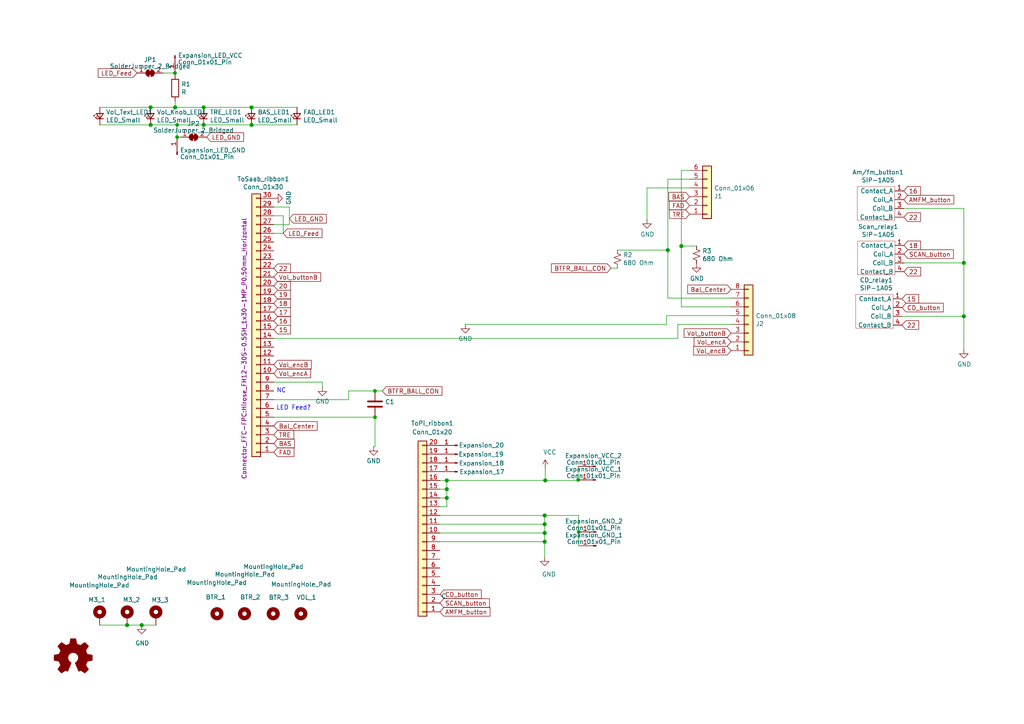
<source format=kicad_sch>
(kicad_sch (version 20230121) (generator eeschema)
  (paper "A4")
  (lib_symbols
    (symbol "CPLib:SIP-1A05_1"
      (property "Reference" "U" (at 0 0 0))
      (property "Value" "SIP-1A05" (at 0 0 0))
      (symbol "SIP-1A05_1_0_1"
        (rectangle (start -10.4648 11.43) (end 0.4064 1.6256) (stroke (width 0.0005)))
      )
      (symbol "SIP-1A05_1_1_1"
        (pin bidirectional line (at 3 10.16 180) (length 2.54) (name "Contact_A") (number "1"))
        (pin bidirectional line (at 3 7.62 180) (length 2.54) (name "Coil_A") (number "2"))
        (pin bidirectional line (at 3 5.08 180) (length 2.54) (name "Coil_B") (number "3"))
        (pin bidirectional line (at 3 2.54 180) (length 2.54) (name "Contact_B") (number "4"))
      )
    )
    (symbol "Connector:Conn_01x01_Pin" (pin_names (offset 1.016) hide)
      (property "Reference" "J" (at 0 2.54 0))
      (property "Value" "Conn_01x01_Pin" (at 0 -2.54 0))
      (symbol "Conn_01x01_Pin_1_1"
        (polyline (pts (xy 1.27 0) (xy 0.8636 0)) (stroke (width 0.1524)))
        (rectangle (start 0.8636 0.127) (end 0 -0.127) (stroke (width 0.1524)) (fill (type outline)))
        (pin passive line (at 5.08 0 180) (length 3.81) (name "Pin_1") (number "1"))
      )
    )
    (symbol "Connector_Generic:Conn_01x06" (pin_names (offset 1.016) hide)
      (property "Reference" "J" (at 0 7.62 0))
      (property "Value" "Conn_01x06" (at 0 -10.16 0))
      (symbol "Conn_01x06_1_1"
        (rectangle (start -1.27 -7.493) (end 0 -7.747) (stroke (width 0.1524)))
        (rectangle (start -1.27 -4.953) (end 0 -5.207) (stroke (width 0.1524)))
        (rectangle (start -1.27 -2.413) (end 0 -2.667) (stroke (width 0.1524)))
        (rectangle (start -1.27 0.127) (end 0 -0.127) (stroke (width 0.1524)))
        (rectangle (start -1.27 2.667) (end 0 2.413) (stroke (width 0.1524)))
        (rectangle (start -1.27 5.207) (end 0 4.953) (stroke (width 0.1524)))
        (rectangle (start -1.27 6.35) (end 1.27 -8.89) (stroke (width 0.254)) (fill (type background)))
        (pin passive line (at -5.08 5.08 0) (length 3.81) (name "Pin_1") (number "1"))
        (pin passive line (at -5.08 2.54 0) (length 3.81) (name "Pin_2") (number "2"))
        (pin passive line (at -5.08 0 0) (length 3.81) (name "Pin_3") (number "3"))
        (pin passive line (at -5.08 -2.54 0) (length 3.81) (name "Pin_4") (number "4"))
        (pin passive line (at -5.08 -5.08 0) (length 3.81) (name "Pin_5") (number "5"))
        (pin passive line (at -5.08 -7.62 0) (length 3.81) (name "Pin_6") (number "6"))
      )
    )
    (symbol "Connector_Generic:Conn_01x08" (pin_names (offset 1.016) hide)
      (property "Reference" "J" (at 0 10.16 0))
      (property "Value" "Conn_01x08" (at 0 -12.7 0))
      (symbol "Conn_01x08_1_1"
        (rectangle (start -1.27 -10.033) (end 0 -10.287) (stroke (width 0.1524)))
        (rectangle (start -1.27 -7.493) (end 0 -7.747) (stroke (width 0.1524)))
        (rectangle (start -1.27 -4.953) (end 0 -5.207) (stroke (width 0.1524)))
        (rectangle (start -1.27 -2.413) (end 0 -2.667) (stroke (width 0.1524)))
        (rectangle (start -1.27 0.127) (end 0 -0.127) (stroke (width 0.1524)))
        (rectangle (start -1.27 2.667) (end 0 2.413) (stroke (width 0.1524)))
        (rectangle (start -1.27 5.207) (end 0 4.953) (stroke (width 0.1524)))
        (rectangle (start -1.27 7.747) (end 0 7.493) (stroke (width 0.1524)))
        (rectangle (start -1.27 8.89) (end 1.27 -11.43) (stroke (width 0.254)) (fill (type background)))
        (pin passive line (at -5.08 7.62 0) (length 3.81) (name "Pin_1") (number "1"))
        (pin passive line (at -5.08 5.08 0) (length 3.81) (name "Pin_2") (number "2"))
        (pin passive line (at -5.08 2.54 0) (length 3.81) (name "Pin_3") (number "3"))
        (pin passive line (at -5.08 0 0) (length 3.81) (name "Pin_4") (number "4"))
        (pin passive line (at -5.08 -2.54 0) (length 3.81) (name "Pin_5") (number "5"))
        (pin passive line (at -5.08 -5.08 0) (length 3.81) (name "Pin_6") (number "6"))
        (pin passive line (at -5.08 -7.62 0) (length 3.81) (name "Pin_7") (number "7"))
        (pin passive line (at -5.08 -10.16 0) (length 3.81) (name "Pin_8") (number "8"))
      )
    )
    (symbol "Connector_Generic:Conn_01x20" (pin_names (offset 1.016) hide)
      (property "Reference" "J" (at 0 25.4 0))
      (property "Value" "Conn_01x20" (at 0 -27.94 0))
      (symbol "Conn_01x20_1_1"
        (rectangle (start -1.27 -25.273) (end 0 -25.527) (stroke (width 0.1524)))
        (rectangle (start -1.27 -22.733) (end 0 -22.987) (stroke (width 0.1524)))
        (rectangle (start -1.27 -20.193) (end 0 -20.447) (stroke (width 0.1524)))
        (rectangle (start -1.27 -17.653) (end 0 -17.907) (stroke (width 0.1524)))
        (rectangle (start -1.27 -15.113) (end 0 -15.367) (stroke (width 0.1524)))
        (rectangle (start -1.27 -12.573) (end 0 -12.827) (stroke (width 0.1524)))
        (rectangle (start -1.27 -10.033) (end 0 -10.287) (stroke (width 0.1524)))
        (rectangle (start -1.27 -7.493) (end 0 -7.747) (stroke (width 0.1524)))
        (rectangle (start -1.27 -4.953) (end 0 -5.207) (stroke (width 0.1524)))
        (rectangle (start -1.27 -2.413) (end 0 -2.667) (stroke (width 0.1524)))
        (rectangle (start -1.27 0.127) (end 0 -0.127) (stroke (width 0.1524)))
        (rectangle (start -1.27 2.667) (end 0 2.413) (stroke (width 0.1524)))
        (rectangle (start -1.27 5.207) (end 0 4.953) (stroke (width 0.1524)))
        (rectangle (start -1.27 7.747) (end 0 7.493) (stroke (width 0.1524)))
        (rectangle (start -1.27 10.287) (end 0 10.033) (stroke (width 0.1524)))
        (rectangle (start -1.27 12.827) (end 0 12.573) (stroke (width 0.1524)))
        (rectangle (start -1.27 15.367) (end 0 15.113) (stroke (width 0.1524)))
        (rectangle (start -1.27 17.907) (end 0 17.653) (stroke (width 0.1524)))
        (rectangle (start -1.27 20.447) (end 0 20.193) (stroke (width 0.1524)))
        (rectangle (start -1.27 22.987) (end 0 22.733) (stroke (width 0.1524)))
        (rectangle (start -1.27 24.13) (end 1.27 -26.67) (stroke (width 0.254)) (fill (type background)))
        (pin passive line (at -5.08 22.86 0) (length 3.81) (name "Pin_1") (number "1"))
        (pin passive line (at -5.08 0 0) (length 3.81) (name "Pin_10") (number "10"))
        (pin passive line (at -5.08 -2.54 0) (length 3.81) (name "Pin_11") (number "11"))
        (pin passive line (at -5.08 -5.08 0) (length 3.81) (name "Pin_12") (number "12"))
        (pin passive line (at -5.08 -7.62 0) (length 3.81) (name "Pin_13") (number "13"))
        (pin passive line (at -5.08 -10.16 0) (length 3.81) (name "Pin_14") (number "14"))
        (pin passive line (at -5.08 -12.7 0) (length 3.81) (name "Pin_15") (number "15"))
        (pin passive line (at -5.08 -15.24 0) (length 3.81) (name "Pin_16") (number "16"))
        (pin passive line (at -5.08 -17.78 0) (length 3.81) (name "Pin_17") (number "17"))
        (pin passive line (at -5.08 -20.32 0) (length 3.81) (name "Pin_18") (number "18"))
        (pin passive line (at -5.08 -22.86 0) (length 3.81) (name "Pin_19") (number "19"))
        (pin passive line (at -5.08 20.32 0) (length 3.81) (name "Pin_2") (number "2"))
        (pin passive line (at -5.08 -25.4 0) (length 3.81) (name "Pin_20") (number "20"))
        (pin passive line (at -5.08 17.78 0) (length 3.81) (name "Pin_3") (number "3"))
        (pin passive line (at -5.08 15.24 0) (length 3.81) (name "Pin_4") (number "4"))
        (pin passive line (at -5.08 12.7 0) (length 3.81) (name "Pin_5") (number "5"))
        (pin passive line (at -5.08 10.16 0) (length 3.81) (name "Pin_6") (number "6"))
        (pin passive line (at -5.08 7.62 0) (length 3.81) (name "Pin_7") (number "7"))
        (pin passive line (at -5.08 5.08 0) (length 3.81) (name "Pin_8") (number "8"))
        (pin passive line (at -5.08 2.54 0) (length 3.81) (name "Pin_9") (number "9"))
      )
    )
    (symbol "Connector_Generic:Conn_01x30" (pin_names (offset 1.016) hide)
      (property "Reference" "J" (at 0 38.1 0))
      (property "Value" "Conn_01x30" (at 0 -40.64 0))
      (symbol "Conn_01x30_1_1"
        (rectangle (start -1.27 -37.973) (end 0 -38.227) (stroke (width 0.1524)))
        (rectangle (start -1.27 -35.433) (end 0 -35.687) (stroke (width 0.1524)))
        (rectangle (start -1.27 -32.893) (end 0 -33.147) (stroke (width 0.1524)))
        (rectangle (start -1.27 -30.353) (end 0 -30.607) (stroke (width 0.1524)))
        (rectangle (start -1.27 -27.813) (end 0 -28.067) (stroke (width 0.1524)))
        (rectangle (start -1.27 -25.273) (end 0 -25.527) (stroke (width 0.1524)))
        (rectangle (start -1.27 -22.733) (end 0 -22.987) (stroke (width 0.1524)))
        (rectangle (start -1.27 -20.193) (end 0 -20.447) (stroke (width 0.1524)))
        (rectangle (start -1.27 -17.653) (end 0 -17.907) (stroke (width 0.1524)))
        (rectangle (start -1.27 -15.113) (end 0 -15.367) (stroke (width 0.1524)))
        (rectangle (start -1.27 -12.573) (end 0 -12.827) (stroke (width 0.1524)))
        (rectangle (start -1.27 -10.033) (end 0 -10.287) (stroke (width 0.1524)))
        (rectangle (start -1.27 -7.493) (end 0 -7.747) (stroke (width 0.1524)))
        (rectangle (start -1.27 -4.953) (end 0 -5.207) (stroke (width 0.1524)))
        (rectangle (start -1.27 -2.413) (end 0 -2.667) (stroke (width 0.1524)))
        (rectangle (start -1.27 0.127) (end 0 -0.127) (stroke (width 0.1524)))
        (rectangle (start -1.27 2.667) (end 0 2.413) (stroke (width 0.1524)))
        (rectangle (start -1.27 5.207) (end 0 4.953) (stroke (width 0.1524)))
        (rectangle (start -1.27 7.747) (end 0 7.493) (stroke (width 0.1524)))
        (rectangle (start -1.27 10.287) (end 0 10.033) (stroke (width 0.1524)))
        (rectangle (start -1.27 12.827) (end 0 12.573) (stroke (width 0.1524)))
        (rectangle (start -1.27 15.367) (end 0 15.113) (stroke (width 0.1524)))
        (rectangle (start -1.27 17.907) (end 0 17.653) (stroke (width 0.1524)))
        (rectangle (start -1.27 20.447) (end 0 20.193) (stroke (width 0.1524)))
        (rectangle (start -1.27 22.987) (end 0 22.733) (stroke (width 0.1524)))
        (rectangle (start -1.27 25.527) (end 0 25.273) (stroke (width 0.1524)))
        (rectangle (start -1.27 28.067) (end 0 27.813) (stroke (width 0.1524)))
        (rectangle (start -1.27 30.607) (end 0 30.353) (stroke (width 0.1524)))
        (rectangle (start -1.27 33.147) (end 0 32.893) (stroke (width 0.1524)))
        (rectangle (start -1.27 35.687) (end 0 35.433) (stroke (width 0.1524)))
        (rectangle (start -1.27 36.83) (end 1.27 -39.37) (stroke (width 0.254)) (fill (type background)))
        (pin passive line (at -5.08 35.56 0) (length 3.81) (name "Pin_1") (number "1"))
        (pin passive line (at -5.08 12.7 0) (length 3.81) (name "Pin_10") (number "10"))
        (pin passive line (at -5.08 10.16 0) (length 3.81) (name "Pin_11") (number "11"))
        (pin passive line (at -5.08 7.62 0) (length 3.81) (name "Pin_12") (number "12"))
        (pin passive line (at -5.08 5.08 0) (length 3.81) (name "Pin_13") (number "13"))
        (pin passive line (at -5.08 2.54 0) (length 3.81) (name "Pin_14") (number "14"))
        (pin passive line (at -5.08 0 0) (length 3.81) (name "Pin_15") (number "15"))
        (pin passive line (at -5.08 -2.54 0) (length 3.81) (name "Pin_16") (number "16"))
        (pin passive line (at -5.08 -5.08 0) (length 3.81) (name "Pin_17") (number "17"))
        (pin passive line (at -5.08 -7.62 0) (length 3.81) (name "Pin_18") (number "18"))
        (pin passive line (at -5.08 -10.16 0) (length 3.81) (name "Pin_19") (number "19"))
        (pin passive line (at -5.08 33.02 0) (length 3.81) (name "Pin_2") (number "2"))
        (pin passive line (at -5.08 -12.7 0) (length 3.81) (name "Pin_20") (number "20"))
        (pin passive line (at -5.08 -15.24 0) (length 3.81) (name "Pin_21") (number "21"))
        (pin passive line (at -5.08 -17.78 0) (length 3.81) (name "Pin_22") (number "22"))
        (pin passive line (at -5.08 -20.32 0) (length 3.81) (name "Pin_23") (number "23"))
        (pin passive line (at -5.08 -22.86 0) (length 3.81) (name "Pin_24") (number "24"))
        (pin passive line (at -5.08 -25.4 0) (length 3.81) (name "Pin_25") (number "25"))
        (pin passive line (at -5.08 -27.94 0) (length 3.81) (name "Pin_26") (number "26"))
        (pin passive line (at -5.08 -30.48 0) (length 3.81) (name "Pin_27") (number "27"))
        (pin passive line (at -5.08 -33.02 0) (length 3.81) (name "Pin_28") (number "28"))
        (pin passive line (at -5.08 -35.56 0) (length 3.81) (name "Pin_29") (number "29"))
        (pin passive line (at -5.08 30.48 0) (length 3.81) (name "Pin_3") (number "3"))
        (pin passive line (at -5.08 -38.1 0) (length 3.81) (name "Pin_30") (number "30"))
        (pin passive line (at -5.08 27.94 0) (length 3.81) (name "Pin_4") (number "4"))
        (pin passive line (at -5.08 25.4 0) (length 3.81) (name "Pin_5") (number "5"))
        (pin passive line (at -5.08 22.86 0) (length 3.81) (name "Pin_6") (number "6"))
        (pin passive line (at -5.08 20.32 0) (length 3.81) (name "Pin_7") (number "7"))
        (pin passive line (at -5.08 17.78 0) (length 3.81) (name "Pin_8") (number "8"))
        (pin passive line (at -5.08 15.24 0) (length 3.81) (name "Pin_9") (number "9"))
      )
    )
    (symbol "Device:C" (pin_numbers hide) (pin_names (offset 0.254))
      (property "Reference" "C" (at 0.635 2.54 0))
      (property "Value" "C" (at 0.635 -2.54 0))
      (symbol "C_0_1"
        (polyline (pts (xy -2.032 -0.762) (xy 2.032 -0.762)) (stroke (width 0.508)))
        (polyline (pts (xy -2.032 0.762) (xy 2.032 0.762)) (stroke (width 0.508)))
      )
      (symbol "C_1_1"
        (pin passive line (at 0 3.81 270) (length 2.794) (name "~") (number "1"))
        (pin passive line (at 0 -3.81 90) (length 2.794) (name "~") (number "2"))
      )
    )
    (symbol "Device:LED_Small" (pin_numbers hide) (pin_names (offset 0.254) hide)
      (property "Reference" "D" (at -1.27 3.175 0))
      (property "Value" "LED_Small" (at -4.445 -2.54 0))
      (symbol "LED_Small_0_1"
        (polyline (pts (xy -0.762 -1.016) (xy -0.762 1.016)) (stroke (width 0.254)))
        (polyline (pts (xy 1.016 0) (xy -0.762 0)))
        (polyline (pts (xy 0.762 -1.016) (xy -0.762 0) (xy 0.762 1.016) (xy 0.762 -1.016)) (stroke (width 0.254)))
        (polyline (pts (xy 0 0.762) (xy -0.508 1.27) (xy -0.254 1.27) (xy -0.508 1.27) (xy -0.508 1.016)))
        (polyline (pts (xy 0.508 1.27) (xy 0 1.778) (xy 0.254 1.778) (xy 0 1.778) (xy 0 1.524)))
      )
      (symbol "LED_Small_1_1"
        (pin passive line (at -2.54 0 0) (length 1.778) (name "K") (number "1"))
        (pin passive line (at 2.54 0 180) (length 1.778) (name "A") (number "2"))
      )
    )
    (symbol "Device:R" (pin_numbers hide) (pin_names (offset 0))
      (property "Reference" "R" (at 2.032 0 90))
      (property "Value" "R" (at 0 0 90))
      (symbol "R_0_1"
        (rectangle (start -1.016 -2.54) (end 1.016 2.54) (stroke (width 0.254)))
      )
      (symbol "R_1_1"
        (pin passive line (at 0 3.81 270) (length 1.27) (name "~") (number "1"))
        (pin passive line (at 0 -3.81 90) (length 1.27) (name "~") (number "2"))
      )
    )
    (symbol "Device:R_Small_US" (pin_numbers hide) (pin_names (offset 0.254) hide)
      (property "Reference" "R" (at 0.762 0.508 0))
      (property "Value" "R_Small_US" (at 0.762 -1.016 0))
      (symbol "R_Small_US_1_1"
        (polyline (pts (xy 0 0) (xy 1.016 -0.381) (xy 0 -0.762) (xy -1.016 -1.143) (xy 0 -1.524)))
        (polyline (pts (xy 0 1.524) (xy 1.016 1.143) (xy 0 0.762) (xy -1.016 0.381) (xy 0 0)))
        (pin passive line (at 0 2.54 270) (length 1.016) (name "~") (number "1"))
        (pin passive line (at 0 -2.54 90) (length 1.016) (name "~") (number "2"))
      )
    )
    (symbol "GND_1" (power) (pin_names (offset 0))
      (property "Value" "GND_1" (at 0 -3.81 0))
      (symbol "GND_1_0_1"
        (polyline (pts (xy 0 0) (xy 0 -1.27) (xy 1.27 -1.27) (xy 0 -2.54) (xy -1.27 -1.27) (xy 0 -1.27)))
      )
      (symbol "GND_1_1_1"
        (pin power_in line (at 0 0 270) (length 0) hide (name "GND") (number "1"))
      )
    )
    (symbol "GND_2" (power) (pin_names (offset 0))
      (property "Value" "GND_2" (at 0 -3.81 0))
      (symbol "GND_2_0_1"
        (polyline (pts (xy 0 0) (xy 0 -1.27) (xy 1.27 -1.27) (xy 0 -2.54) (xy -1.27 -1.27) (xy 0 -1.27)))
      )
      (symbol "GND_2_1_1"
        (pin power_in line (at 0 0 270) (length 0) hide (name "GND") (number "1"))
      )
    )
    (symbol "GND_3" (power) (pin_names (offset 0))
      (property "Value" "GND_3" (at 0 -3.81 0))
      (symbol "GND_3_0_1"
        (polyline (pts (xy 0 0) (xy 0 -1.27) (xy 1.27 -1.27) (xy 0 -2.54) (xy -1.27 -1.27) (xy 0 -1.27)))
      )
      (symbol "GND_3_1_1"
        (pin power_in line (at 0 0 270) (length 0) hide (name "GND") (number "1"))
      )
    )
    (symbol "Graphic:Logo_Open_Hardware_Small" (in_bom no) (on_board no)
      (symbol "Logo_Open_Hardware_Small_0_1"
        (polyline (pts (xy 3.3528 -4.3434) (xy 3.302 -4.318) (xy 3.175 -4.2418) (xy 2.9972 -4.1148) (xy 2.7686 -3.9624) (xy 2.54 -3.81) (xy 2.3622 -3.7084) (xy 2.2352 -3.6068) (xy 2.1844 -3.5814) (xy 2.159 -3.6068) (xy 2.0574 -3.6576) (xy 1.905 -3.7338) (xy 1.8034 -3.7846) (xy 1.6764 -3.8354) (xy 1.6002 -3.8354) (xy 1.6002 -3.8354) (xy 1.5494 -3.7338) (xy 1.4732 -3.5306) (xy 1.3462 -3.302) (xy 1.2446 -3.0226) (xy 1.1176 -2.7178) (xy 0.9652 -2.413) (xy 0.8636 -2.1082) (xy 0.7366 -1.8288) (xy 0.6604 -1.6256) (xy 0.6096 -1.4732) (xy 0.5842 -1.397) (xy 0.5842 -1.397) (xy 0.6604 -1.3208) (xy 0.7874 -1.2446) (xy 1.0414 -1.016) (xy 1.2954 -0.6858) (xy 1.4478 -0.3302) (xy 1.524 0.0762) (xy 1.4732 0.4572) (xy 1.3208 0.8128) (xy 1.0668 1.143) (xy 0.762 1.3716) (xy 0.4064 1.524) (xy 0 1.5748) (xy -0.381 1.5494) (xy -0.7366 1.397) (xy -1.0668 1.143) (xy -1.2192 0.9906) (xy -1.397 0.6604) (xy -1.524 0.3048) (xy -1.524 0.2286) (xy -1.4986 -0.1778) (xy -1.397 -0.5334) (xy -1.1938 -0.8636) (xy -0.9144 -1.143) (xy -0.8636 -1.1684) (xy -0.7366 -1.27) (xy -0.635 -1.3462) (xy -0.5842 -1.397) (xy -1.0668 -2.5908) (xy -1.143 -2.794) (xy -1.2954 -3.1242) (xy -1.397 -3.4036) (xy -1.4986 -3.6322) (xy -1.5748 -3.7846) (xy -1.6002 -3.8354) (xy -1.6002 -3.8354) (xy -1.651 -3.8354) (xy -1.7272 -3.81) (xy -1.905 -3.7338) (xy -2.0066 -3.683) (xy -2.1336 -3.6068) (xy -2.2098 -3.5814) (xy -2.2606 -3.6068) (xy -2.3622 -3.683) (xy -2.54 -3.81) (xy -2.7686 -3.9624) (xy -2.9718 -4.0894) (xy -3.1496 -4.2164) (xy -3.302 -4.318) (xy -3.3528 -4.3434) (xy -3.3782 -4.3434) (xy -3.429 -4.318) (xy -3.5306 -4.2164) (xy -3.7084 -4.064) (xy -3.937 -3.8354) (xy -3.9624 -3.81) (xy -4.1656 -3.6068) (xy -4.318 -3.4544) (xy -4.4196 -3.3274) (xy -4.445 -3.2766) (xy -4.445 -3.2766) (xy -4.4196 -3.2258) (xy -4.318 -3.0734) (xy -4.2164 -2.8956) (xy -4.064 -2.667) (xy -3.6576 -2.0828) (xy -3.8862 -1.5494) (xy -3.937 -1.3716) (xy -4.0386 -1.1684) (xy -4.0894 -1.0414) (xy -4.1148 -0.9652) (xy -4.191 -0.9398) (xy -4.318 -0.9144) (xy -4.5466 -0.8636) (xy -4.8006 -0.8128) (xy -5.0546 -0.7874) (xy -5.2578 -0.7366) (xy -5.4356 -0.7112) (xy -5.5118 -0.6858) (xy -5.5118 -0.6858) (xy -5.5372 -0.635) (xy -5.5372 -0.5588) (xy -5.5372 -0.4318) (xy -5.5626 -0.2286) (xy -5.5626 0.0762) (xy -5.5626 0.127) (xy -5.5372 0.4064) (xy -5.5372 0.635) (xy -5.5372 0.762) (xy -5.5372 0.8382) (xy -5.5372 0.8382) (xy -5.461 0.8382) (xy -5.3086 0.889) (xy -5.08 0.9144) (xy -4.826 0.9652) (xy -4.8006 0.9906) (xy -4.5466 1.0414) (xy -4.318 1.0668) (xy -4.1656 1.1176) (xy -4.0894 1.143) (xy -4.0894 1.143) (xy -4.0386 1.2446) (xy -3.9624 1.4224) (xy -3.8608 1.6256) (xy -3.7846 1.8288) (xy -3.7084 2.0066) (xy -3.6576 2.159) (xy -3.6322 2.2098) (xy -3.6322 2.2098) (xy -3.683 2.286) (xy -3.7592 2.413) (xy -3.8862 2.5908) (xy -4.064 2.8194) (xy -4.064 2.8448) (xy -4.2164 3.0734) (xy -4.3434 3.2512) (xy -4.4196 3.3782) (xy -4.445 3.4544) (xy -4.445 3.4544) (xy -4.3942 3.5052) (xy -4.2926 3.6322) (xy -4.1148 3.81) (xy -3.937 4.0132) (xy -3.8608 4.064) (xy -3.6576 4.2926) (xy -3.5052 4.4196) (xy -3.4036 4.4958) (xy -3.3528 4.5212) (xy -3.3528 4.5212) (xy -3.302 4.4704) (xy -3.1496 4.3688) (xy -2.9718 4.2418) (xy -2.7432 4.0894) (xy -2.7178 4.0894) (xy -2.4892 3.937) (xy -2.3114 3.81) (xy -2.1844 3.7084) (xy -2.1336 3.683) (xy -2.1082 3.683) (xy -2.032 3.7084) (xy -1.8542 3.7592) (xy -1.6764 3.8354) (xy -1.4732 3.937) (xy -1.27 4.0132) (xy -1.143 4.064) (xy -1.0668 4.1148) (xy -1.0668 4.1148) (xy -1.0414 4.191) (xy -1.016 4.3434) (xy -0.9652 4.572) (xy -0.9144 4.8514) (xy -0.889 4.9022) (xy -0.8382 5.1562) (xy -0.8128 5.3848) (xy -0.7874 5.5372) (xy -0.762 5.588) (xy -0.7112 5.6134) (xy -0.5842 5.6134) (xy -0.4064 5.6134) (xy -0.1524 5.6134) (xy 0.0762 5.6134) (xy 0.3302 5.6134) (xy 0.5334 5.6134) (xy 0.6858 5.588) (xy 0.7366 5.588) (xy 0.7366 5.588) (xy 0.762 5.5118) (xy 0.8128 5.334) (xy 0.8382 5.1054) (xy 0.9144 4.826) (xy 0.9144 4.7752) (xy 0.9652 4.5212) (xy 1.016 4.2926) (xy 1.0414 4.1402) (xy 1.0668 4.0894) (xy 1.0668 4.0894) (xy 1.1938 4.0386) (xy 1.3716 3.9624) (xy 1.5748 3.8608) (xy 2.0828 3.6576) (xy 2.7178 4.0894) (xy 2.7686 4.1402) (xy 2.9972 4.2926) (xy 3.175 4.4196) (xy 3.302 4.4958) (xy 3.3782 4.5212) (xy 3.3782 4.5212) (xy 3.429 4.4704) (xy 3.556 4.3434) (xy 3.7338 4.191) (xy 3.9116 3.9878) (xy 4.064 3.8354) (xy 4.2418 3.6576) (xy 4.3434 3.556) (xy 4.4196 3.4798) (xy 4.4196 3.429) (xy 4.4196 3.4036) (xy 4.3942 3.3274) (xy 4.2926 3.2004) (xy 4.1656 2.9972) (xy 4.0132 2.794) (xy 3.8862 2.5908) (xy 3.7592 2.3876) (xy 3.6576 2.2352) (xy 3.6322 2.159) (xy 3.6322 2.1336) (xy 3.683 2.0066) (xy 3.7592 1.8288) (xy 3.8608 1.6002) (xy 4.064 1.1176) (xy 4.3942 1.0414) (xy 4.5974 1.016) (xy 4.8768 0.9652) (xy 5.1308 0.9144) (xy 5.5372 0.8382) (xy 5.5626 -0.6604) (xy 5.4864 -0.6858) (xy 5.4356 -0.6858) (xy 5.2832 -0.7366) (xy 5.0546 -0.762) (xy 4.8006 -0.8128) (xy 4.5974 -0.8636) (xy 4.3688 -0.9144) (xy 4.2164 -0.9398) (xy 4.1402 -0.9398) (xy 4.1148 -0.9652) (xy 4.064 -1.0668) (xy 3.9878 -1.2446) (xy 3.9116 -1.4478) (xy 3.81 -1.651) (xy 3.7338 -1.8542) (xy 3.683 -2.0066) (xy 3.6576 -2.0828) (xy 3.683 -2.1336) (xy 3.7846 -2.2606) (xy 3.8862 -2.4638) (xy 4.0386 -2.667) (xy 4.191 -2.8956) (xy 4.318 -3.0734) (xy 4.3942 -3.2004) (xy 4.445 -3.2766) (xy 4.4196 -3.3274) (xy 4.3434 -3.429) (xy 4.1656 -3.5814) (xy 3.937 -3.8354) (xy 3.8862 -3.8608) (xy 3.683 -4.064) (xy 3.5306 -4.2164) (xy 3.4036 -4.318) (xy 3.3528 -4.3434)) (fill (type outline)))
      )
    )
    (symbol "Jumper:SolderJumper_2_Bridged" (pin_names (offset 0) hide)
      (property "Reference" "JP" (at 0 2.032 0))
      (property "Value" "SolderJumper_2_Bridged" (at 0 -2.54 0))
      (symbol "SolderJumper_2_Bridged_0_1"
        (rectangle (start -0.508 0.508) (end 0.508 -0.508) (fill (type outline)))
        (arc (start -0.254 1.016) (mid -1.2656 0) (end -0.254 -1.016))
        (arc (start -0.254 1.016) (mid -1.2656 0) (end -0.254 -1.016) (fill (type outline)))
        (polyline (pts (xy -0.254 1.016) (xy -0.254 -1.016)))
        (polyline (pts (xy 0.254 1.016) (xy 0.254 -1.016)))
        (arc (start 0.254 -1.016) (mid 1.2656 0) (end 0.254 1.016))
        (arc (start 0.254 -1.016) (mid 1.2656 0) (end 0.254 1.016) (fill (type outline)))
      )
      (symbol "SolderJumper_2_Bridged_1_1"
        (pin passive line (at -3.81 0 0) (length 2.54) (name "A") (number "1"))
        (pin passive line (at 3.81 0 180) (length 2.54) (name "B") (number "2"))
      )
    )
    (symbol "Mechanical:MountingHole" (pin_names (offset 1.016))
      (property "Reference" "H" (at 0 5.08 0))
      (property "Value" "MountingHole" (at 0 3.175 0))
      (symbol "MountingHole_0_1"
        (circle (center 0 0) (radius 1.27) (stroke (width 1.27)))
      )
    )
    (symbol "Mechanical:MountingHole_Pad" (pin_numbers hide) (pin_names (offset 1.016) hide)
      (property "Reference" "H" (at 0 6.35 0))
      (property "Value" "MountingHole_Pad" (at 0 4.445 0))
      (symbol "MountingHole_Pad_0_1"
        (circle (center 0 1.27) (radius 1.27) (stroke (width 1.27)))
      )
      (symbol "MountingHole_Pad_1_1"
        (pin input line (at 0 -2.54 90) (length 2.54) (name "1") (number "1"))
      )
    )
    (symbol "power:GND" (power) (pin_names (offset 0))
      (property "Value" "GND" (at 0 -3.81 0))
      (symbol "GND_0_1"
        (polyline (pts (xy 0 0) (xy 0 -1.27) (xy 1.27 -1.27) (xy 0 -2.54) (xy -1.27 -1.27) (xy 0 -1.27)))
      )
      (symbol "GND_1_1"
        (pin power_in line (at 0 0 270) (length 0) hide (name "GND") (number "1"))
      )
    )
    (symbol "power:VCC" (power) (pin_names (offset 0))
      (property "Value" "VCC" (at 0 3.81 0))
      (symbol "VCC_0_1"
        (polyline (pts (xy -0.762 1.27) (xy 0 2.54)))
        (polyline (pts (xy 0 0) (xy 0 2.54)))
        (polyline (pts (xy 0 2.54) (xy 0.762 1.27)))
      )
      (symbol "VCC_1_1"
        (pin power_in line (at 0 0 90) (length 0) hide (name "VCC") (number "1"))
      )
    )
  )
  (junction (at 50.8 31.1404) (diameter 1.016))
  (junction (at 36.8808 181.3052) (diameter 1.016))
  (junction (at 279.5524 76.2508) (diameter 1.016))
  (junction (at 41.0972 181.3052) (diameter 1.016))
  (junction (at 167.6908 139.192))
  (junction (at 108.7628 121.0056))
  (junction (at 51.3588 39.7764))
  (junction (at 108.7628 113.3856))
  (junction (at 59.0804 36.2204) (diameter 1.016))
  (junction (at 197.612 71.374) (diameter 1.016))
  (junction (at 158.1404 139.3444) (diameter 1.016))
  (junction (at 279.5524 91.7448) (diameter 1.016))
  (junction (at 43.688 31.1404) (diameter 1.016))
  (junction (at 129.5908 141.8844) (diameter 1.016))
  (junction (at 157.988 152.0444) (diameter 1.016))
  (junction (at 157.988 154.5844) (diameter 1.016))
  (junction (at 129.5908 139.3444) (diameter 1.016))
  (junction (at 157.988 157.1244) (diameter 1.016))
  (junction (at 129.5908 144.4244) (diameter 1.016))
  (junction (at 51.3588 36.2204))
  (junction (at 193.7004 72.5424) (diameter 1.016))
  (junction (at 72.9488 36.2204) (diameter 1.016))
  (junction (at 59.0804 31.1404) (diameter 1.016))
  (junction (at 72.9488 31.1404) (diameter 1.016))
  (junction (at 50.7492 21.1836))
  (junction (at 167.8432 154.2796))
  (junction (at 43.688 36.2204) (diameter 1.016))
  (junction (at 157.988 149.5044) (diameter 1.016))
  (wire (pts (xy 179.07 77.7748) (xy 179.07 77.6224)))
  (wire (pts (xy 262.1788 76.2508) (xy 279.5524 76.2508)))
  (wire (pts (xy 79.4004 121.0056) (xy 108.7628 121.0056)))
  (wire (pts (xy 50.8 21.1836) (xy 50.8 21.7424)))
  (wire (pts (xy 197.612 49.4284) (xy 199.9996 49.4284)))
  (wire (pts (xy 72.9488 36.2204) (xy 86.1568 36.2204)))
  (wire (pts (xy 36.8808 181.3052) (xy 41.0972 181.3052)))
  (wire (pts (xy 108.7628 129.54) (xy 108.3564 129.54)))
  (wire (pts (xy 127.6096 141.8844) (xy 129.5908 141.8844)))
  (wire (pts (xy 51.3588 36.2204) (xy 59.0804 36.2204)))
  (wire (pts (xy 50.8 31.1404) (xy 59.0804 31.1404)))
  (wire (pts (xy 108.7628 113.3856) (xy 101.092 113.3856)))
  (wire (pts (xy 93.5228 110.8456) (xy 93.5228 112.268)))
  (wire (pts (xy 197.612 71.374) (xy 197.612 89.0016)))
  (wire (pts (xy 157.988 149.5044) (xy 157.988 152.0444)))
  (wire (pts (xy 101.092 113.3856) (xy 101.092 115.9256)))
  (wire (pts (xy 127.6096 149.5044) (xy 157.988 149.5044)))
  (wire (pts (xy 127.6096 157.1244) (xy 157.988 157.1244)))
  (wire (pts (xy 157.988 152.0444) (xy 157.988 154.5844)))
  (wire (pts (xy 83.9216 60.0456) (xy 83.9216 65.1256)))
  (wire (pts (xy 108.7628 113.3856) (xy 110.8964 113.3856)))
  (wire (pts (xy 199.9996 51.9684) (xy 193.7004 51.9684)))
  (wire (pts (xy 129.5908 144.4244) (xy 129.5908 141.8844)))
  (wire (pts (xy 127.6096 154.5844) (xy 157.988 154.5844)))
  (wire (pts (xy 82.1436 62.5856) (xy 82.1436 67.6656)))
  (wire (pts (xy 50.8 29.3624) (xy 50.8 31.1404)))
  (wire (pts (xy 72.9488 31.1404) (xy 86.1568 31.1404)))
  (wire (pts (xy 187.6552 63.6524) (xy 187.6552 54.5084)))
  (wire (pts (xy 167.8432 154.2796) (xy 167.8432 158.2928)))
  (wire (pts (xy 197.612 49.4284) (xy 197.612 71.374)))
  (wire (pts (xy 52.324 39.7764) (xy 51.3588 39.7764)))
  (wire (pts (xy 193.3448 94.0816) (xy 193.3448 91.5416)))
  (wire (pts (xy 158.1404 139.3444) (xy 158.1404 135.89)))
  (wire (pts (xy 157.988 149.5044) (xy 167.8432 149.5044)))
  (wire (pts (xy 51.3588 39.7764) (xy 51.3588 36.2204)))
  (wire (pts (xy 262.128 57.912) (xy 262.1308 57.912)))
  (wire (pts (xy 279.5524 91.7448) (xy 279.5524 101.346)))
  (wire (pts (xy 83.9216 65.1256) (xy 79.4004 65.1256)))
  (wire (pts (xy 196.596 94.0816) (xy 212.0392 94.0816)))
  (wire (pts (xy 177.2412 77.7748) (xy 179.07 77.7748)))
  (wire (pts (xy 79.4004 62.5856) (xy 82.1436 62.5856)))
  (wire (pts (xy 134.9756 94.0816) (xy 193.3448 94.0816)))
  (wire (pts (xy 129.5908 141.8844) (xy 129.5908 139.3444)))
  (wire (pts (xy 129.5908 139.3444) (xy 158.1404 139.3444)))
  (wire (pts (xy 28.956 36.2204) (xy 43.688 36.2204)))
  (wire (pts (xy 79.4004 60.0456) (xy 83.9216 60.0456)))
  (wire (pts (xy 127.6096 152.0444) (xy 157.988 152.0444)))
  (wire (pts (xy 127.6096 144.4244) (xy 129.5908 144.4244)))
  (wire (pts (xy 261.62 91.7448) (xy 279.5524 91.7448)))
  (wire (pts (xy 197.612 71.374) (xy 202.0316 71.374)))
  (wire (pts (xy 127.6096 139.3444) (xy 129.5908 139.3444)))
  (wire (pts (xy 262.128 60.452) (xy 279.5524 60.452)))
  (wire (pts (xy 262.128 55.372) (xy 262.1308 55.372)))
  (wire (pts (xy 187.6552 54.5084) (xy 199.9996 54.5084)))
  (wire (pts (xy 79.4004 115.9256) (xy 101.092 115.9256)))
  (wire (pts (xy 179.07 72.5424) (xy 193.7004 72.5424)))
  (wire (pts (xy 43.688 36.2204) (xy 51.3588 36.2204)))
  (wire (pts (xy 129.5908 144.4244) (xy 129.5908 146.9644)))
  (wire (pts (xy 167.6908 135.2804) (xy 167.6908 139.192)))
  (wire (pts (xy 28.956 31.1404) (xy 43.688 31.1404)))
  (wire (pts (xy 43.688 31.1404) (xy 50.8 31.1404)))
  (wire (pts (xy 262.128 62.992) (xy 262.1308 62.992)))
  (wire (pts (xy 193.3448 91.5416) (xy 212.0392 91.5416)))
  (wire (pts (xy 50.7492 21.1836) (xy 50.8 21.1836)))
  (wire (pts (xy 212.0392 86.4616) (xy 193.7004 86.4616)))
  (wire (pts (xy 59.0804 31.1404) (xy 72.9488 31.1404)))
  (wire (pts (xy 158.1404 139.3444) (xy 167.6908 139.3444)))
  (wire (pts (xy 82.1436 67.6656) (xy 79.4004 67.6656)))
  (wire (pts (xy 193.7004 72.5424) (xy 193.7004 86.4616)))
  (wire (pts (xy 279.5524 76.2508) (xy 279.5524 91.7448)))
  (wire (pts (xy 279.5524 60.452) (xy 279.5524 76.2508)))
  (wire (pts (xy 167.8432 149.5044) (xy 167.8432 154.2796)))
  (wire (pts (xy 167.6908 139.192) (xy 167.6908 139.3444)))
  (wire (pts (xy 197.612 89.0016) (xy 212.0392 89.0016)))
  (wire (pts (xy 28.9052 181.3052) (xy 36.8808 181.3052)))
  (wire (pts (xy 157.988 154.5844) (xy 157.988 157.1244)))
  (wire (pts (xy 41.0972 181.3052) (xy 45.212 181.3052)))
  (wire (pts (xy 157.988 157.1244) (xy 157.988 161.544)))
  (wire (pts (xy 47.3456 21.1836) (xy 50.7492 21.1836)))
  (wire (pts (xy 193.7004 51.9684) (xy 193.7004 72.5424)))
  (wire (pts (xy 196.596 98.1456) (xy 196.596 94.0816)))
  (wire (pts (xy 108.7628 121.0056) (xy 108.7628 129.54)))
  (wire (pts (xy 59.0804 36.2204) (xy 72.9488 36.2204)))
  (wire (pts (xy 127.6096 146.9644) (xy 129.5908 146.9644)))
  (wire (pts (xy 79.4004 110.8456) (xy 93.5228 110.8456)))
  (wire (pts (xy 79.4004 98.1456) (xy 196.596 98.1456)))
  (text "LED Feed?" (at 80.1116 119.126 0) (effects (font (size 1.27 1.27)) (justify left bottom)))
  (text "NC" (at 80.2132 114.0968 0) (effects (font (size 1.27 1.27)) (justify left bottom)))
  (global_label "CD_button" (shape input) (at 127.6096 172.3644 0) (property "Intersheetrefs" "${INTERSHEET_REFS}" (effects hide)))
  (global_label "LED_Feed" (shape input) (at 39.7256 21.1836 180) (property "Intersheetrefs" "${INTERSHEET_REFS}" (effects hide)))
  (global_label "Vol_buttonB" (shape input) (at 79.4004 80.3656 0) (property "Intersheetrefs" "${INTERSHEET_REFS}" (effects hide)))
  (global_label "16" (shape input) (at 262.1308 55.372 0) (property "Intersheetrefs" "${INTERSHEET_REFS}" (effects hide)))
  (global_label "Vol_encB" (shape input) (at 212.0392 101.7016 180) (property "Intersheetrefs" "${INTERSHEET_REFS}" (effects hide)))
  (global_label "Vol_buttonB" (shape input) (at 212.0392 96.6216 180) (property "Intersheetrefs" "${INTERSHEET_REFS}" (effects hide)))
  (global_label "Vol_encA" (shape input) (at 79.4004 108.3056 0) (property "Intersheetrefs" "${INTERSHEET_REFS}" (effects hide)))
  (global_label "19" (shape input) (at 79.4004 85.4456 0) (property "Intersheetrefs" "${INTERSHEET_REFS}" (effects hide)))
  (global_label "FAD" (shape input) (at 79.4004 131.1656 0) (property "Intersheetrefs" "${INTERSHEET_REFS}" (effects hide)))
  (global_label "22" (shape input) (at 262.1308 62.992 0) (property "Intersheetrefs" "${INTERSHEET_REFS}" (effects hide)))
  (global_label "18" (shape input) (at 262.1788 71.1708 0) (property "Intersheetrefs" "${INTERSHEET_REFS}" (effects hide)))
  (global_label "15" (shape input) (at 79.4004 95.6056 0) (property "Intersheetrefs" "${INTERSHEET_REFS}" (effects hide)))
  (global_label "Vol_encB" (shape input) (at 79.4004 105.7656 0) (property "Intersheetrefs" "${INTERSHEET_REFS}" (effects hide)))
  (global_label "22" (shape input) (at 79.4004 77.8256 0) (property "Intersheetrefs" "${INTERSHEET_REFS}" (effects hide)))
  (global_label "18" (shape input) (at 79.4004 87.9856 0) (property "Intersheetrefs" "${INTERSHEET_REFS}" (effects hide)))
  (global_label "LED_GND" (shape input) (at 83.9216 63.4492 0) (property "Intersheetrefs" "${INTERSHEET_REFS}" (effects hide)))
  (global_label "FAD" (shape input) (at 199.9996 59.5884 180) (property "Intersheetrefs" "${INTERSHEET_REFS}" (effects hide)))
  (global_label "Vol_encA" (shape input) (at 212.0392 99.1616 180) (property "Intersheetrefs" "${INTERSHEET_REFS}" (effects hide)))
  (global_label "TRE" (shape input) (at 199.9996 62.1284 180) (property "Intersheetrefs" "${INTERSHEET_REFS}" (effects hide)))
  (global_label "CD_button" (shape input) (at 261.62 89.2048 0) (property "Intersheetrefs" "${INTERSHEET_REFS}" (effects hide)))
  (global_label "LED_Feed" (shape input) (at 82.1436 67.6656 0) (property "Intersheetrefs" "${INTERSHEET_REFS}" (effects hide)))
  (global_label "LED_GND" (shape input) (at 59.944 39.7764 0) (property "Intersheetrefs" "${INTERSHEET_REFS}" (effects hide)))
  (global_label "22" (shape input) (at 262.1788 78.7908 0) (property "Intersheetrefs" "${INTERSHEET_REFS}" (effects hide)))
  (global_label "16" (shape input) (at 79.4004 93.0656 0) (property "Intersheetrefs" "${INTERSHEET_REFS}" (effects hide)))
  (global_label "15" (shape input) (at 261.62 86.6648 0) (property "Intersheetrefs" "${INTERSHEET_REFS}" (effects hide)))
  (global_label "Bal_Center" (shape input) (at 212.0392 83.9216 180) (property "Intersheetrefs" "${INTERSHEET_REFS}" (effects hide)))
  (global_label "SCAN_button" (shape input) (at 262.1788 73.7108 0) (property "Intersheetrefs" "${INTERSHEET_REFS}" (effects hide)))
  (global_label "17" (shape input) (at 79.4004 90.5256 0) (property "Intersheetrefs" "${INTERSHEET_REFS}" (effects hide)))
  (global_label "BTFR_BALL_CON" (shape input) (at 110.8964 113.3856 0) (property "Intersheetrefs" "${INTERSHEET_REFS}" (effects hide)))
  (global_label "SCAN_button" (shape input) (at 127.6096 174.9044 0) (property "Intersheetrefs" "${INTERSHEET_REFS}" (effects hide)))
  (global_label "AMFM_button" (shape input) (at 262.1308 57.912 0) (property "Intersheetrefs" "${INTERSHEET_REFS}" (effects hide)))
  (global_label "20" (shape input) (at 79.4004 82.9056 0) (property "Intersheetrefs" "${INTERSHEET_REFS}" (effects hide)))
  (global_label "BAS" (shape input) (at 199.9996 57.0484 180) (property "Intersheetrefs" "${INTERSHEET_REFS}" (effects hide)))
  (global_label "BAS" (shape input) (at 79.4004 128.6256 0) (property "Intersheetrefs" "${INTERSHEET_REFS}" (effects hide)))
  (global_label "BTFR_BALL_CON" (shape input) (at 177.2412 77.7748 180) (property "Intersheetrefs" "${INTERSHEET_REFS}" (effects hide)))
  (global_label "TRE" (shape input) (at 79.4004 126.0856 0) (property "Intersheetrefs" "${INTERSHEET_REFS}" (effects hide)))
  (global_label "22" (shape input) (at 261.62 94.2848 0) (property "Intersheetrefs" "${INTERSHEET_REFS}" (effects hide)))
  (global_label "AMFM_button" (shape input) (at 127.6096 177.4444 0) (property "Intersheetrefs" "${INTERSHEET_REFS}" (effects hide)))
  (global_label "Bal_Center" (shape input) (at 79.4004 123.5456 0) (property "Intersheetrefs" "${INTERSHEET_REFS}" (effects hide)))
  (symbol (lib_name "CPLib:SIP-1A05_1") (lib_id "CPLib:SIP-1A05") (at 259.1788 81.3308 0) (unit 1)
    (property "Reference" "Scan_relay1" (at 254.7152 65.741 0))
    (property "Value" "SIP-1A05" (at 254.7156 68.0401 0))
    (property "Footprint" "CPlib:SIP1A05" (effects hide))
  )
  (symbol (lib_id "Connector_Generic:Conn_01x20") (at 122.5296 154.5844 180) (unit 1)
    (property "Reference" "ToPi_ribbon1" (at 125.3742 122.784 0))
    (property "Value" "Conn_01x20" (at 125.3744 125.3236 0))
    (property "Footprint" "Connector_FFC-FPC:Hirose_FH12-20S-0.5SH_1x20-1MP_P0.50mm_Horizontal" (effects hide))
  )
  (symbol (lib_id "Device:R_Small_US") (at 202.0316 73.914 0) (unit 1)
    (property "Reference" "R3" (at 203.6827 72.7646 0) (effects (justify left)))
    (property "Value" "680 Ohm" (at 203.683 75.0628 0) (effects (justify left)))
    (property "Footprint" "Resistor_SMD:R_0603_1608Metric_Pad0.98x0.95mm_HandSolder" (effects hide))
  )
  (symbol (lib_id "Connector:Conn_01x01_Pin") (at 172.9232 158.2928 180) (unit 1)
    (property "Reference" "Expansion_GND_1" (at 172.2882 155.2067 0))
    (property "Value" "Conn_01x01_Pin" (at 172.2882 157.1277 0))
    (property "Footprint" "TestPoint:TestPoint_Pad_2.0x2.0mm" (effects hide))
  )
  (symbol (lib_id "Mechanical:MountingHole") (at 70.9168 178.0032 0) (unit 1)
    (property "Reference" "BTR_2" (at 69.647 173.1774 0) (effects (justify left)))
    (property "Value" "MountingHole_Pad" (at 62.2808 166.5732 0) (effects (justify left)))
    (property "Footprint" "CPlib:SaabBTR" (effects hide))
  )
  (symbol (lib_id "Device:LED_Small") (at 43.688 33.6804 90) (unit 1)
    (property "Reference" "Vol_Knob_LED1" (at 45.4664 32.5314 90) (effects (justify right)))
    (property "Value" "LED_Small" (at 45.4661 34.8297 90) (effects (justify right)))
    (property "Footprint" "CPlib:Songxin_1210_side" (effects hide))
  )
  (symbol (lib_name "GND_3") (lib_id "power:GND") (at 134.9756 94.0816 0) (unit 1)
    (property "Reference" "#PWR03" (effects hide))
    (property "Value" "GND" (at 134.9756 98.2171 0))
  )
  (symbol (lib_name "GND_2") (lib_id "power:GND") (at 93.5228 112.268 0) (unit 1)
    (property "Reference" "#PWR02" (effects hide))
    (property "Value" "GND" (at 93.5228 116.4035 0))
  )
  (symbol (lib_id "Device:LED_Small") (at 59.0804 33.6804 90) (unit 1)
    (property "Reference" "TRE_LED1" (at 60.8588 32.5308 90) (effects (justify right)))
    (property "Value" "LED_Small" (at 60.8585 34.8297 90) (effects (justify right)))
    (property "Footprint" "CPlib:LED_OF-SMD3528WC" (effects hide))
  )
  (symbol (lib_id "Device:LED_Small") (at 28.956 33.6804 90) (unit 1)
    (property "Reference" "Vol_Text_LED1" (at 30.7344 32.5314 90) (effects (justify right)))
    (property "Value" "LED_Small" (at 30.7341 34.8297 90) (effects (justify right)))
    (property "Footprint" "CPlib:LED_OF-SMD3528WC" (effects hide))
  )
  (symbol (lib_id "Mechanical:MountingHole_Pad") (at 45.212 178.7652 0) (unit 1)
    (property "Reference" "M3_3" (at 43.8912 174.0406 0) (effects (justify left)))
    (property "Value" "MountingHole_Pad" (at 36.5252 165.1 0) (effects (justify left)))
    (property "Footprint" "MountingHole:MountingHole_3.2mm_M3_Pad" (effects hide))
  )
  (symbol (lib_id "power:GND") (at 187.6552 63.6524 0) (unit 1)
    (property "Reference" "#PWR0105" (effects hide))
    (property "Value" "GND" (at 187.7695 67.9768 0))
  )
  (symbol (lib_id "power:VCC") (at 158.1404 135.89 0) (unit 1)
    (property "Reference" "#PWR0109" (effects hide))
    (property "Value" "VCC" (at 159.4612 131.1656 0))
  )
  (symbol (lib_name "GND_1") (lib_id "power:GND") (at 108.3564 129.54 0) (unit 1)
    (property "Reference" "#PWR01" (effects hide))
    (property "Value" "GND" (at 108.3564 133.6755 0))
  )
  (symbol (lib_id "Mechanical:MountingHole") (at 79.248 178.0032 0) (unit 1)
    (property "Reference" "BTR_3" (at 77.927 173.2784 0) (effects (justify left)))
    (property "Value" "MountingHole_Pad" (at 70.5612 164.338 0) (effects (justify left)))
    (property "Footprint" "CPlib:SaabBTR" (effects hide))
  )
  (symbol (lib_id "Device:C") (at 108.7628 117.1956 0) (unit 1)
    (property "Reference" "C1" (at 111.6838 116.5519 0) (effects (justify left)))
    (property "Value" "C" (at 127.9652 172.8724 0) (effects (justify left)))
    (property "Footprint" "Capacitor_SMD:C_0805_2012Metric_Pad1.18x1.45mm_HandSolder" (effects hide))
  )
  (symbol (lib_id "Connector:Conn_01x01_Pin") (at 51.3588 44.8564 90) (unit 1)
    (property "Reference" "Expansion_LED_GND" (at 52.197 43.5777 90) (effects (justify right)))
    (property "Value" "Conn_01x01_Pin" (at 52.197 45.4987 90) (effects (justify right)))
    (property "Footprint" "TestPoint:TestPoint_Pad_2.0x2.0mm" (effects hide))
  )
  (symbol (lib_id "power:GND") (at 41.0972 181.3052 0) (unit 1)
    (property "Reference" "#PWR0111" (effects hide))
    (property "Value" "GND" (at 41.2496 186.5376 0))
  )
  (symbol (lib_id "Mechanical:MountingHole") (at 87.2744 178.0032 0) (unit 1)
    (property "Reference" "VOL_1" (at 85.953 173.2784 0) (effects (justify left)))
    (property "Value" "MountingHole_Pad" (at 78.5876 169.4688 0) (effects (justify left)))
    (property "Footprint" "CPlib:SaabBTR" (effects hide))
  )
  (symbol (lib_id "Device:R_Small_US") (at 179.07 75.0824 0) (unit 1)
    (property "Reference" "R2" (at 180.7211 73.933 0) (effects (justify left)))
    (property "Value" "680 Ohm" (at 180.7214 76.2312 0) (effects (justify left)))
    (property "Footprint" "Resistor_SMD:R_0603_1608Metric_Pad0.98x0.95mm_HandSolder" (effects hide))
  )
  (symbol (lib_id "power:GND") (at 157.988 161.544 0) (unit 1)
    (property "Reference" "#PWR0110" (effects hide))
    (property "Value" "GND" (at 159.2072 166.5732 0))
  )
  (symbol (lib_name "CPLib:SIP-1A05_1") (lib_id "CPLib:SIP-1A05") (at 258.62 96.8248 0) (unit 1)
    (property "Reference" "CD_relay1" (at 254.1568 81.2354 0))
    (property "Value" "SIP-1A05" (at 254.1568 83.5341 0))
    (property "Footprint" "CPlib:SIP1A05" (effects hide))
  )
  (symbol (lib_id "power:GND") (at 202.0316 76.454 0) (unit 1)
    (property "Reference" "#PWR0104" (effects hide))
    (property "Value" "GND" (at 202.1459 80.7784 0))
  )
  (symbol (lib_id "Connector:Conn_01x01_Pin") (at 50.7492 16.1036 270) (unit 1)
    (property "Reference" "Expansion_LED_VCC" (at 51.5874 16.0949 90) (effects (justify left)))
    (property "Value" "Conn_01x01_Pin" (at 51.5874 18.0159 90) (effects (justify left)))
    (property "Footprint" "TestPoint:TestPoint_Pad_2.0x2.0mm" (effects hide))
  )
  (symbol (lib_id "Connector:Conn_01x01_Pin") (at 132.6896 136.8044 180) (unit 1)
    (property "Reference" "Expansion_17" (at 139.8016 136.8552 0))
    (property "Value" "Conn_01x01_Pin" (effects hide))
    (property "Footprint" "TestPoint:TestPoint_Pad_2.0x2.0mm" (effects hide))
  )
  (symbol (lib_id "Mechanical:MountingHole_Pad") (at 36.8808 178.7652 0) (unit 1)
    (property "Reference" "M3_2" (at 35.6112 173.9394 0) (effects (justify left)))
    (property "Value" "MountingHole_Pad" (at 28.2448 167.3352 0) (effects (justify left)))
    (property "Footprint" "MountingHole:MountingHole_3.2mm_M3_Pad" (effects hide))
  )
  (symbol (lib_id "Connector_Generic:Conn_01x06") (at 205.0796 57.0484 0) (mirror x) (unit 1)
    (property "Reference" "J1" (at 207.1117 56.877 0) (effects (justify left)))
    (property "Value" "Conn_01x06" (at 207.1117 54.5783 0) (effects (justify left)))
    (property "Footprint" "CPlib:SaabConnector_6" (effects hide))
  )
  (symbol (lib_id "Connector:Conn_01x01_Pin") (at 132.6896 131.7244 180) (unit 1)
    (property "Reference" "Expansion_19" (at 139.5476 131.7752 0))
    (property "Value" "Conn_01x01_Pin" (effects hide))
    (property "Footprint" "TestPoint:TestPoint_Pad_2.0x2.0mm" (effects hide))
  )
  (symbol (lib_id "Connector:Conn_01x01_Pin") (at 172.7708 135.2804 180) (unit 1)
    (property "Reference" "Expansion_VCC_2" (at 172.1358 132.1943 0))
    (property "Value" "Conn_01x01_Pin" (at 172.1358 134.1153 0))
    (property "Footprint" "TestPoint:TestPoint_Pad_2.0x2.0mm" (effects hide))
  )
  (symbol (lib_id "Jumper:SolderJumper_2_Bridged") (at 43.5356 21.1836 0) (unit 1)
    (property "Reference" "JP1" (at 43.5356 17.2847 0))
    (property "Value" "SolderJumper_2_Bridged" (at 43.5356 19.2057 0))
    (property "Footprint" "Jumper:SolderJumper-2_P1.3mm_Bridged2Bar_Pad1.0x1.5mm" (effects hide))
  )
  (symbol (lib_id "power:GND") (at 279.5524 101.346 0) (unit 1)
    (property "Reference" "#PWR0103" (effects hide))
    (property "Value" "GND" (at 279.6667 105.6704 0))
  )
  (symbol (lib_id "Device:R") (at 50.8 25.5524 0) (unit 1)
    (property "Reference" "R1" (at 52.5781 24.403 0) (effects (justify left)))
    (property "Value" "R" (at 52.5781 26.7017 0) (effects (justify left)))
    (property "Footprint" "Resistor_SMD:R_0603_1608Metric_Pad0.98x0.95mm_HandSolder" (effects hide))
  )
  (symbol (lib_id "Device:LED_Small") (at 86.1568 33.6804 90) (unit 1)
    (property "Reference" "FAD_LED1" (at 87.9352 32.5312 90) (effects (justify right)))
    (property "Value" "LED_Small" (at 87.9349 34.8297 90) (effects (justify right)))
    (property "Footprint" "CPlib:LED_OF-SMD3528WC" (effects hide))
  )
  (symbol (lib_id "Connector_Generic:Conn_01x08") (at 217.1192 94.0816 0) (mirror x) (unit 1)
    (property "Reference" "J2" (at 219.1513 93.9102 0) (effects (justify left)))
    (property "Value" "Conn_01x08" (at 219.1513 91.6115 0) (effects (justify left)))
    (property "Footprint" "CPlib:SaabConnector_8" (effects hide))
  )
  (symbol (lib_id "power:GND") (at 79.4004 57.5056 90) (unit 1)
    (property "Reference" "#PWR04" (effects hide))
    (property "Value" "GND" (at 83.7248 57.3913 0))
  )
  (symbol (lib_id "Connector:Conn_01x01_Pin") (at 132.6896 129.1844 180) (unit 1)
    (property "Reference" "Expansion_20" (at 139.6492 129.1336 0))
    (property "Value" "Conn_01x01_Pin" (effects hide))
    (property "Footprint" "TestPoint:TestPoint_Pad_2.0x2.0mm" (effects hide))
  )
  (symbol (lib_id "Jumper:SolderJumper_2_Bridged") (at 56.134 39.7764 0) (unit 1)
    (property "Reference" "JP2" (at 56.134 35.8775 0))
    (property "Value" "SolderJumper_2_Bridged" (at 56.134 37.7985 0))
    (property "Footprint" "Jumper:SolderJumper-2_P1.3mm_Bridged2Bar_Pad1.0x1.5mm" (effects hide))
  )
  (symbol (lib_id "Mechanical:MountingHole") (at 62.9412 178.0032 0) (unit 1)
    (property "Reference" "BTR_1" (at 59.639 173.1774 0) (effects (justify left)))
    (property "Value" "MountingHole_Pad" (at 54.102 168.9608 0) (effects (justify left)))
    (property "Footprint" "CPlib:SaabBTR" (effects hide))
  )
  (symbol (lib_id "Connector:Conn_01x01_Pin") (at 172.7708 139.192 180) (unit 1)
    (property "Reference" "Expansion_VCC_1" (at 172.1358 136.1059 0))
    (property "Value" "Conn_01x01_Pin" (at 172.1358 138.0269 0))
    (property "Footprint" "TestPoint:TestPoint_Pad_2.0x2.0mm" (effects hide))
  )
  (symbol (lib_id "Connector:Conn_01x01_Pin") (at 172.9232 154.2796 180) (unit 1)
    (property "Reference" "Expansion_GND_2" (at 172.2882 151.1935 0))
    (property "Value" "Conn_01x01_Pin" (at 172.2882 153.1145 0))
    (property "Footprint" "TestPoint:TestPoint_Pad_2.0x2.0mm" (effects hide))
  )
  (symbol (lib_id "Connector:Conn_01x01_Pin") (at 132.6896 134.2644 180) (unit 1)
    (property "Reference" "Expansion_18" (at 139.6492 134.366 0))
    (property "Value" "Conn_01x01_Pin" (effects hide))
    (property "Footprint" "TestPoint:TestPoint_Pad_2.0x2.0mm" (effects hide))
  )
  (symbol (lib_id "Mechanical:MountingHole_Pad") (at 28.9052 178.7652 0) (unit 1)
    (property "Reference" "M3_1" (at 25.603 173.9394 0) (effects (justify left)))
    (property "Value" "MountingHole_Pad" (at 20.066 169.7228 0) (effects (justify left)))
    (property "Footprint" "MountingHole:MountingHole_3.2mm_M3_Pad" (effects hide))
  )
  (symbol (lib_id "Connector_Generic:Conn_01x30") (at 74.3204 95.6056 180) (unit 1)
    (property "Reference" "ToSaab_ribbon1" (at 76.3528 51.924 0))
    (property "Value" "Conn_01x30" (at 76.3524 54.2225 0))
    (property "Footprint" "Connector_FFC-FPC:Hirose_FH12-30S-0.5SH_1x30-1MP_P0.50mm_Horizontal" (at 70.8152 101.092 90))
  )
  (symbol (lib_id "Graphic:Logo_Open_Hardware_Small") (at 21.2344 190.8556 0) (unit 1) (in_bom no) (on_board no)
    (property "Reference" "#SYM1" (effects hide))
    (property "Value" "Logo_Open_Hardware_Small" (effects hide))
    (property "Footprint" "CPlib:CPlogo2(50)" (effects hide))
    (property "Sim.Enable" "0" (effects hide))
  )
  (symbol (lib_name "CPLib:SIP-1A05_1") (lib_id "CPLib:SIP-1A05") (at 259.128 65.532 0) (unit 1)
    (property "Reference" "Am/fm_button1" (at 254.6642 49.942 0))
    (property "Value" "SIP-1A05" (at 254.6648 52.2413 0))
    (property "Footprint" "CPlib:SIP1A05" (effects hide))
  )
  (symbol (lib_id "Device:LED_Small") (at 72.9488 33.6804 90) (unit 1)
    (property "Reference" "BAS_LED1" (at 74.7272 32.5312 90) (effects (justify right)))
    (property "Value" "LED_Small" (at 74.7269 34.8297 90) (effects (justify right)))
    (property "Footprint" "CPlib:LED_OF-SMD3528WC" (effects hide))
  )
)
</source>
